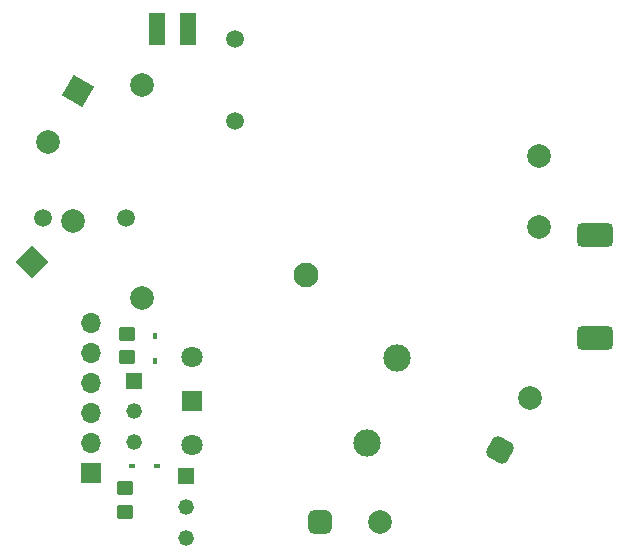
<source format=gts>
%TF.GenerationSoftware,KiCad,Pcbnew,(7.0.0)*%
%TF.CreationDate,2023-03-27T21:21:58+02:00*%
%TF.ProjectId,220AC-mini-C3-board,32323041-432d-46d6-996e-692d43332d62,rev?*%
%TF.SameCoordinates,Original*%
%TF.FileFunction,Soldermask,Top*%
%TF.FilePolarity,Negative*%
%FSLAX46Y46*%
G04 Gerber Fmt 4.6, Leading zero omitted, Abs format (unit mm)*
G04 Created by KiCad (PCBNEW (7.0.0)) date 2023-03-27 21:21:58*
%MOMM*%
%LPD*%
G01*
G04 APERTURE LIST*
G04 Aperture macros list*
%AMRoundRect*
0 Rectangle with rounded corners*
0 $1 Rounding radius*
0 $2 $3 $4 $5 $6 $7 $8 $9 X,Y pos of 4 corners*
0 Add a 4 corners polygon primitive as box body*
4,1,4,$2,$3,$4,$5,$6,$7,$8,$9,$2,$3,0*
0 Add four circle primitives for the rounded corners*
1,1,$1+$1,$2,$3*
1,1,$1+$1,$4,$5*
1,1,$1+$1,$6,$7*
1,1,$1+$1,$8,$9*
0 Add four rect primitives between the rounded corners*
20,1,$1+$1,$2,$3,$4,$5,0*
20,1,$1+$1,$4,$5,$6,$7,0*
20,1,$1+$1,$6,$7,$8,$9,0*
20,1,$1+$1,$8,$9,$2,$3,0*%
%AMRotRect*
0 Rectangle, with rotation*
0 The origin of the aperture is its center*
0 $1 length*
0 $2 width*
0 $3 Rotation angle, in degrees counterclockwise*
0 Add horizontal line*
21,1,$1,$2,0,0,$3*%
G04 Aperture macros list end*
%ADD10R,1.320800X1.320800*%
%ADD11C,1.320800*%
%ADD12RoundRect,0.250000X0.450000X-0.350000X0.450000X0.350000X-0.450000X0.350000X-0.450000X-0.350000X0*%
%ADD13R,0.450000X0.600000*%
%ADD14RoundRect,0.500000X-0.500000X-0.500000X0.500000X-0.500000X0.500000X0.500000X-0.500000X0.500000X0*%
%ADD15C,2.000000*%
%ADD16RoundRect,0.500000X0.183013X-0.683013X0.683013X0.183013X-0.183013X0.683013X-0.683013X-0.183013X0*%
%ADD17C,1.803400*%
%ADD18R,1.803400X1.803400*%
%ADD19C,2.311400*%
%ADD20RotRect,2.000000X2.000000X240.000000*%
%ADD21RoundRect,0.514350X1.047750X-0.514350X1.047750X0.514350X-1.047750X0.514350X-1.047750X-0.514350X0*%
%ADD22R,0.600000X0.450000*%
%ADD23RotRect,2.000000X2.000000X45.000000*%
%ADD24R,1.400000X2.700000*%
%ADD25R,1.700000X1.700000*%
%ADD26O,1.700000X1.700000*%
%ADD27C,2.100000*%
%ADD28C,1.500000*%
G04 APERTURE END LIST*
D10*
%TO.C,Q1*%
X126413549Y-102399999D03*
D11*
X126413550Y-105000000D03*
X126413550Y-107600000D03*
%TD*%
D12*
%TO.C,R2*%
X121400000Y-92300000D03*
X121400000Y-90300000D03*
%TD*%
D13*
%TO.C,D2*%
X123749999Y-90549999D03*
X123749999Y-92649999D03*
%TD*%
D14*
%TO.C,J2*%
X137710000Y-106250000D03*
D15*
X142790000Y-106250000D03*
%TD*%
D16*
%TO.C,J1*%
X152960000Y-100149410D03*
D15*
X155500000Y-95750000D03*
%TD*%
D12*
%TO.C,R3*%
X121250000Y-105400000D03*
X121250000Y-103400000D03*
%TD*%
D10*
%TO.C,Q2*%
X121999999Y-94299999D03*
D11*
X122000000Y-96900000D03*
X122000000Y-99500000D03*
%TD*%
D17*
%TO.C,K1*%
X126903500Y-99750000D03*
D18*
X126903499Y-95999999D03*
D17*
X126903500Y-92250000D03*
D19*
X144236500Y-92400000D03*
X141696500Y-99600000D03*
%TD*%
D20*
%TO.C,C2*%
X117249999Y-69749999D03*
D15*
X114750000Y-74080127D03*
%TD*%
D21*
%TO.C,F1*%
X161000000Y-90668800D03*
X161000000Y-81931200D03*
%TD*%
D22*
%TO.C,D1*%
X121799999Y-101499999D03*
X123899999Y-101499999D03*
%TD*%
D23*
%TO.C,C1*%
X113328545Y-84267766D03*
D15*
X116864080Y-80732233D03*
%TD*%
D24*
%TO.C,L1*%
X123899999Y-64499999D03*
X126599999Y-64499999D03*
%TD*%
D25*
%TO.C,J4*%
X118389199Y-102081699D03*
D26*
X118389199Y-99541699D03*
X118389199Y-97001699D03*
X118389199Y-94461699D03*
X118389199Y-91921699D03*
X118389199Y-89381699D03*
%TD*%
D15*
%TO.C,PS1*%
X156300000Y-81250000D03*
X156300000Y-75250000D03*
X122700000Y-87250000D03*
X122700000Y-69250000D03*
%TD*%
D27*
%TO.C,H5*%
X136539200Y-85342100D03*
%TD*%
D28*
%TO.C,J3*%
X114325000Y-80500000D03*
X121325000Y-80500000D03*
%TD*%
%TO.C,J6*%
X130545113Y-72324791D03*
X130545113Y-65324791D03*
%TD*%
M02*

</source>
